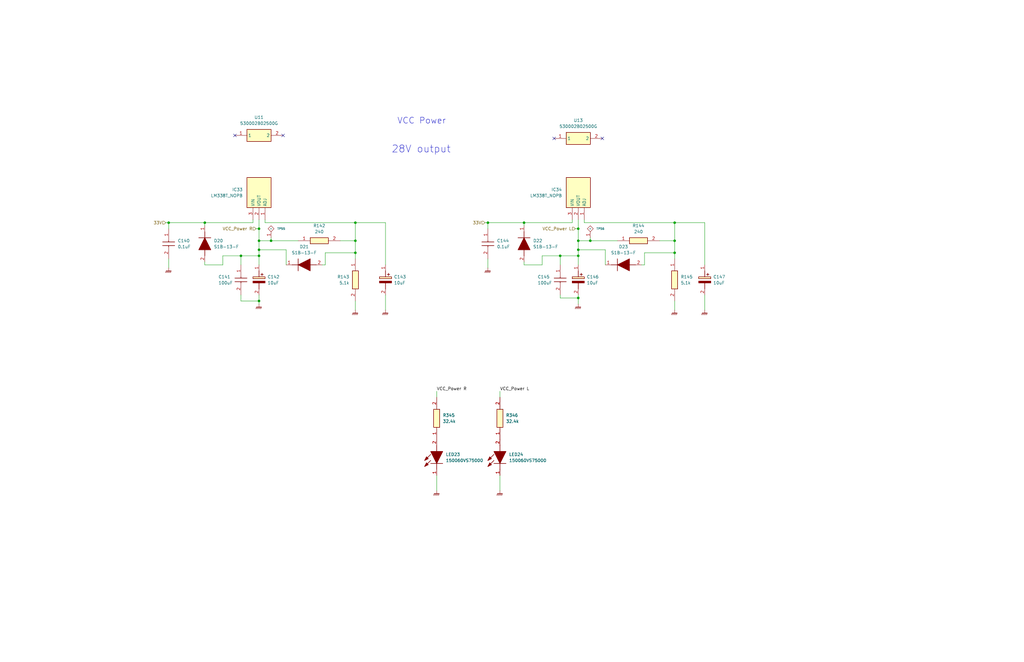
<source format=kicad_sch>
(kicad_sch (version 20231120) (generator "eeschema") (generator_version "8.0")
  (paper "B")
  (title_block (title "Audio System") (date "2025-02-06") (rev "P1") (company "Wolfe Engineering"))
  (lib_symbols
    (symbol "1 Audio Amp:150060VS75000" (pin_names hide)
      (property "Reference" "LED" (at 12.7 8.89 0))
      (property "Value" "150060VS75000" (at 12.7 6.35 0))
      (symbol "150060VS75000_1_1"
        (polyline (pts (xy 2.54 0) (xy 5.08 0)) (stroke (width 0.254)))
        (polyline (pts (xy 5.08 2.54) (xy 5.08 -2.54)) (stroke (width 0.254)))
        (polyline (pts (xy 6.35 2.54) (xy 3.81 5.08)) (stroke (width 0.254)))
        (polyline (pts (xy 8.89 2.54) (xy 6.35 5.08)) (stroke (width 0.254)))
        (polyline (pts (xy 10.16 0) (xy 12.7 0)) (stroke (width 0.254)))
        (polyline (pts (xy 5.08 0) (xy 10.16 2.54) (xy 10.16 -2.54) (xy 5.08 0)) (stroke (width 0.254)) (fill (type outline)))
        (polyline (pts (xy 5.334 4.318) (xy 4.572 3.556) (xy 3.81 5.08) (xy 5.334 4.318)) (stroke (width 0.254)) (fill (type outline)))
        (polyline (pts (xy 7.874 4.318) (xy 7.112 3.556) (xy 6.35 5.08) (xy 7.874 4.318)) (stroke (width 0.254)) (fill (type outline)))
        (pin passive line (at 0 0 0) (length 2.54) (name "K") (number "1"))
        (pin passive line (at 15.24 0 180) (length 2.54) (name "A") (number "2"))
      )
    )
    (symbol "1 Audio Amp:530002B02500G"
      (property "Reference" "U" (at 16.51 7.62 0))
      (property "Value" "530002B02500G" (at 16.51 5.08 0))
      (symbol "530002B02500G_1_1"
        (rectangle (start 5.08 2.54) (end 15.24 -2.54) (stroke (width 0.254)) (fill (type background)))
        (pin passive line (at 0 0 0) (length 5.08) (name "1") (number "1"))
        (pin passive line (at 20.32 0 180) (length 5.08) (name "2") (number "2"))
      )
    )
    (symbol "1 Audio Amp:RC0603FR-0732K4L" (pin_names hide)
      (property "Reference" "R" (at 13.97 6.35 0))
      (property "Value" "RC0603FR-0732K4L" (at 13.97 3.81 0))
      (symbol "RC0603FR-0732K4L_1_1"
        (rectangle (start 5.08 1.27) (end 12.7 -1.27) (stroke (width 0.254)) (fill (type background)))
        (pin passive line (at 0 0 0) (length 5.08) (name "1") (number "1"))
        (pin passive line (at 17.78 0 180) (length 5.08) (name "2") (number "2"))
      )
    )
    (symbol "Audio System:A759BQ106M1VAAE090" (pin_names hide)
      (property "Reference" "C" (at 8.89 6.35 0))
      (property "Value" "A759BQ106M1VAAE090" (at 8.89 3.81 0))
      (symbol "A759BQ106M1VAAE090_1_1"
        (polyline (pts (xy 2.54 0) (xy 5.08 0)) (stroke (width 0.254)))
        (polyline (pts (xy 4.064 1.778) (xy 4.064 0.762)) (stroke (width 0.254)))
        (polyline (pts (xy 4.572 1.27) (xy 3.556 1.27)) (stroke (width 0.254)))
        (polyline (pts (xy 7.62 0) (xy 10.16 0)) (stroke (width 0.254)))
        (polyline (pts (xy 7.62 2.54) (xy 7.62 -2.54) (xy 6.858 -2.54) (xy 6.858 2.54) (xy 7.62 2.54)) (stroke (width 0.254)) (fill (type outline)))
        (rectangle (start 5.08 2.54) (end 5.842 -2.54) (stroke (width 0.254)) (fill (type background)))
        (pin passive line (at 0 0 0) (length 2.54) (name "+") (number "1"))
        (pin passive line (at 12.7 0 180) (length 2.54) (name "-") (number "2"))
      )
    )
    (symbol "Audio System:C0603C104M5RACTU" (pin_names hide)
      (property "Reference" "C" (at 8.89 6.35 0))
      (property "Value" "C0603C104M5RACTU" (at 8.89 3.81 0))
      (symbol "C0603C104M5RACTU_1_1"
        (polyline (pts (xy 5.08 0) (xy 5.588 0)) (stroke (width 0.254)))
        (polyline (pts (xy 5.588 2.54) (xy 5.588 -2.54)) (stroke (width 0.254)))
        (polyline (pts (xy 7.112 0) (xy 7.62 0)) (stroke (width 0.254)))
        (polyline (pts (xy 7.112 2.54) (xy 7.112 -2.54)) (stroke (width 0.254)))
        (pin passive line (at 0 0 0) (length 5.08) (name "1") (number "1"))
        (pin passive line (at 12.7 0 180) (length 5.08) (name "2") (number "2"))
      )
    )
    (symbol "Audio System:CRCW12065K10FKEA" (pin_names hide)
      (property "Reference" "R" (at 13.97 6.35 0))
      (property "Value" "CRCW12065K10FKEA" (at 13.97 3.81 0))
      (symbol "CRCW12065K10FKEA_1_1"
        (rectangle (start 5.08 1.27) (end 12.7 -1.27) (stroke (width 0.254)) (fill (type background)))
        (pin passive line (at 0 0 0) (length 5.08) (name "1") (number "1"))
        (pin passive line (at 17.78 0 180) (length 5.08) (name "2") (number "2"))
      )
    )
    (symbol "Audio System:LM338T_NOPB"
      (property "Reference" "IC" (at 19.05 7.62 0))
      (property "Value" "LM338T_NOPB" (at 19.05 5.08 0))
      (symbol "LM338T_NOPB_1_1"
        (rectangle (start 5.08 2.54) (end 17.78 -7.62) (stroke (width 0.254)) (fill (type background)))
        (pin passive line (at 0 0 0) (length 5.08) (name "ADJ") (number "1"))
        (pin passive line (at 0 -2.54 0) (length 5.08) (name "VOUT") (number "2"))
        (pin passive line (at 0 -5.08 0) (length 5.08) (name "VIN") (number "3"))
      )
    )
    (symbol "Audio System:RC0805FR-07240RL" (pin_names hide)
      (property "Reference" "R" (at 13.97 6.35 0))
      (property "Value" "RC0805FR-07240RL" (at 13.97 3.81 0))
      (symbol "RC0805FR-07240RL_1_1"
        (rectangle (start 5.08 1.27) (end 12.7 -1.27) (stroke (width 0.254)) (fill (type background)))
        (pin passive line (at 0 0 0) (length 5.08) (name "1") (number "1"))
        (pin passive line (at 17.78 0 180) (length 5.08) (name "2") (number "2"))
      )
    )
    (symbol "Audio System:S1B-13-F" (pin_names hide)
      (property "Reference" "D" (at 11.43 5.08 0))
      (property "Value" "S1B-13-F" (at 11.43 2.54 0))
      (symbol "S1B-13-F_1_1"
        (polyline (pts (xy 2.54 0) (xy 5.08 0)) (stroke (width 0.254)))
        (polyline (pts (xy 5.08 2.54) (xy 5.08 -2.54)) (stroke (width 0.254)))
        (polyline (pts (xy 10.16 0) (xy 12.7 0)) (stroke (width 0.254)))
        (polyline (pts (xy 5.08 0) (xy 10.16 2.54) (xy 10.16 -2.54) (xy 5.08 0)) (stroke (width 0.254)) (fill (type outline)))
        (pin passive line (at 0 0 0) (length 2.54) (name "K") (number "1"))
        (pin passive line (at 15.24 0 180) (length 2.54) (name "A") (number "2"))
      )
    )
    (symbol "Audio System:TP"
      (property "Reference" "TP" (at 2.54 -1.27 0))
      (symbol "TP_0_1"
        (polyline (pts (xy 0 -1.27) (xy 1.27 0) (xy 0 1.27) (xy -1.27 0) (xy 0 -1.27)))
      )
      (symbol "TP_1_1"
        (pin input line (at 0 -3.81 90) (length 2.54) (name "") (number "1"))
      )
    )
    (symbol "Audio System:UUD1H101MNL1GS" (pin_names hide)
      (property "Reference" "C" (at 8.89 6.35 0))
      (property "Value" "UUD1H101MNL1GS" (at 8.89 3.81 0))
      (symbol "UUD1H101MNL1GS_1_1"
        (polyline (pts (xy 5.08 0) (xy 5.588 0)) (stroke (width 0.254)))
        (polyline (pts (xy 5.588 2.54) (xy 5.588 -2.54)) (stroke (width 0.254)))
        (polyline (pts (xy 7.112 0) (xy 7.62 0)) (stroke (width 0.254)))
        (polyline (pts (xy 7.112 2.54) (xy 7.112 -2.54)) (stroke (width 0.254)))
        (pin passive line (at 0 0 0) (length 5.08) (name "+") (number "1"))
        (pin passive line (at 12.7 0 180) (length 5.08) (name "-") (number "2"))
      )
    )
    (symbol "GNDPWR_1" (power) (pin_names (offset 0))
      (property "Value" "GNDPWR" (at 0 -3.302 0))
      (symbol "GNDPWR_1_0_1"
        (polyline (pts (xy 0 -1.27) (xy 0 0)))
        (polyline (pts (xy -1.016 -1.27) (xy -1.27 -2.032) (xy -1.27 -2.032)) (stroke (width 0.2032)))
        (polyline (pts (xy -0.508 -1.27) (xy -0.762 -2.032) (xy -0.762 -2.032)) (stroke (width 0.2032)))
        (polyline (pts (xy 0 -1.27) (xy -0.254 -2.032) (xy -0.254 -2.032)) (stroke (width 0.2032)))
        (polyline (pts (xy 0.508 -1.27) (xy 0.254 -2.032) (xy 0.254 -2.032)) (stroke (width 0.2032)))
        (polyline (pts (xy 1.016 -1.27) (xy -1.016 -1.27) (xy -1.016 -1.27)) (stroke (width 0.2032)))
        (polyline (pts (xy 1.016 -1.27) (xy 0.762 -2.032) (xy 0.762 -2.032) (xy 0.762 -2.032)) (stroke (width 0.2032)))
      )
      (symbol "GNDPWR_1_1_1"
        (pin power_in line (at 0 0 270) (length 0) hide (name "GNDPWR") (number "1"))
      )
    )
    (symbol "GNDPWR_2" (power) (pin_names (offset 0))
      (property "Value" "GNDPWR" (at 0 -3.302 0))
      (symbol "GNDPWR_2_0_1"
        (polyline (pts (xy 0 -1.27) (xy 0 0)))
        (polyline (pts (xy -1.016 -1.27) (xy -1.27 -2.032) (xy -1.27 -2.032)) (stroke (width 0.2032)))
        (polyline (pts (xy -0.508 -1.27) (xy -0.762 -2.032) (xy -0.762 -2.032)) (stroke (width 0.2032)))
        (polyline (pts (xy 0 -1.27) (xy -0.254 -2.032) (xy -0.254 -2.032)) (stroke (width 0.2032)))
        (polyline (pts (xy 0.508 -1.27) (xy 0.254 -2.032) (xy 0.254 -2.032)) (stroke (width 0.2032)))
        (polyline (pts (xy 1.016 -1.27) (xy -1.016 -1.27) (xy -1.016 -1.27)) (stroke (width 0.2032)))
        (polyline (pts (xy 1.016 -1.27) (xy 0.762 -2.032) (xy 0.762 -2.032) (xy 0.762 -2.032)) (stroke (width 0.2032)))
      )
      (symbol "GNDPWR_2_1_1"
        (pin power_in line (at 0 0 270) (length 0) hide (name "GNDPWR") (number "1"))
      )
    )
    (symbol "GNDPWR_3" (power) (pin_names (offset 0))
      (property "Value" "GNDPWR" (at 0 -3.302 0))
      (symbol "GNDPWR_3_0_1"
        (polyline (pts (xy 0 -1.27) (xy 0 0)))
        (polyline (pts (xy -1.016 -1.27) (xy -1.27 -2.032) (xy -1.27 -2.032)) (stroke (width 0.2032)))
        (polyline (pts (xy -0.508 -1.27) (xy -0.762 -2.032) (xy -0.762 -2.032)) (stroke (width 0.2032)))
        (polyline (pts (xy 0 -1.27) (xy -0.254 -2.032) (xy -0.254 -2.032)) (stroke (width 0.2032)))
        (polyline (pts (xy 0.508 -1.27) (xy 0.254 -2.032) (xy 0.254 -2.032)) (stroke (width 0.2032)))
        (polyline (pts (xy 1.016 -1.27) (xy -1.016 -1.27) (xy -1.016 -1.27)) (stroke (width 0.2032)))
        (polyline (pts (xy 1.016 -1.27) (xy 0.762 -2.032) (xy 0.762 -2.032) (xy 0.762 -2.032)) (stroke (width 0.2032)))
      )
      (symbol "GNDPWR_3_1_1"
        (pin power_in line (at 0 0 270) (length 0) hide (name "GNDPWR") (number "1"))
      )
    )
    (symbol "GNDPWR_4" (power) (pin_names (offset 0))
      (property "Value" "GNDPWR" (at 0 -3.302 0))
      (symbol "GNDPWR_4_0_1"
        (polyline (pts (xy 0 -1.27) (xy 0 0)))
        (polyline (pts (xy -1.016 -1.27) (xy -1.27 -2.032) (xy -1.27 -2.032)) (stroke (width 0.2032)))
        (polyline (pts (xy -0.508 -1.27) (xy -0.762 -2.032) (xy -0.762 -2.032)) (stroke (width 0.2032)))
        (polyline (pts (xy 0 -1.27) (xy -0.254 -2.032) (xy -0.254 -2.032)) (stroke (width 0.2032)))
        (polyline (pts (xy 0.508 -1.27) (xy 0.254 -2.032) (xy 0.254 -2.032)) (stroke (width 0.2032)))
        (polyline (pts (xy 1.016 -1.27) (xy -1.016 -1.27) (xy -1.016 -1.27)) (stroke (width 0.2032)))
        (polyline (pts (xy 1.016 -1.27) (xy 0.762 -2.032) (xy 0.762 -2.032) (xy 0.762 -2.032)) (stroke (width 0.2032)))
      )
      (symbol "GNDPWR_4_1_1"
        (pin power_in line (at 0 0 270) (length 0) hide (name "GNDPWR") (number "1"))
      )
    )
    (symbol "GNDPWR_5" (power) (pin_names (offset 0))
      (property "Value" "GNDPWR" (at 0 -3.302 0))
      (symbol "GNDPWR_5_0_1"
        (polyline (pts (xy 0 -1.27) (xy 0 0)))
        (polyline (pts (xy -1.016 -1.27) (xy -1.27 -2.032) (xy -1.27 -2.032)) (stroke (width 0.2032)))
        (polyline (pts (xy -0.508 -1.27) (xy -0.762 -2.032) (xy -0.762 -2.032)) (stroke (width 0.2032)))
        (polyline (pts (xy 0 -1.27) (xy -0.254 -2.032) (xy -0.254 -2.032)) (stroke (width 0.2032)))
        (polyline (pts (xy 0.508 -1.27) (xy 0.254 -2.032) (xy 0.254 -2.032)) (stroke (width 0.2032)))
        (polyline (pts (xy 1.016 -1.27) (xy -1.016 -1.27) (xy -1.016 -1.27)) (stroke (width 0.2032)))
        (polyline (pts (xy 1.016 -1.27) (xy 0.762 -2.032) (xy 0.762 -2.032) (xy 0.762 -2.032)) (stroke (width 0.2032)))
      )
      (symbol "GNDPWR_5_1_1"
        (pin power_in line (at 0 0 270) (length 0) hide (name "GNDPWR") (number "1"))
      )
    )
    (symbol "GNDPWR_6" (power) (pin_names (offset 0))
      (property "Value" "GNDPWR" (at 0 -3.302 0))
      (symbol "GNDPWR_6_0_1"
        (polyline (pts (xy 0 -1.27) (xy 0 0)))
        (polyline (pts (xy -1.016 -1.27) (xy -1.27 -2.032) (xy -1.27 -2.032)) (stroke (width 0.2032)))
        (polyline (pts (xy -0.508 -1.27) (xy -0.762 -2.032) (xy -0.762 -2.032)) (stroke (width 0.2032)))
        (polyline (pts (xy 0 -1.27) (xy -0.254 -2.032) (xy -0.254 -2.032)) (stroke (width 0.2032)))
        (polyline (pts (xy 0.508 -1.27) (xy 0.254 -2.032) (xy 0.254 -2.032)) (stroke (width 0.2032)))
        (polyline (pts (xy 1.016 -1.27) (xy -1.016 -1.27) (xy -1.016 -1.27)) (stroke (width 0.2032)))
        (polyline (pts (xy 1.016 -1.27) (xy 0.762 -2.032) (xy 0.762 -2.032) (xy 0.762 -2.032)) (stroke (width 0.2032)))
      )
      (symbol "GNDPWR_6_1_1"
        (pin power_in line (at 0 0 270) (length 0) hide (name "GNDPWR") (number "1"))
      )
    )
    (symbol "GNDPWR_7" (power) (pin_names (offset 0))
      (property "Value" "GNDPWR" (at 0 -3.302 0))
      (symbol "GNDPWR_7_0_1"
        (polyline (pts (xy 0 -1.27) (xy 0 0)))
        (polyline (pts (xy -1.016 -1.27) (xy -1.27 -2.032) (xy -1.27 -2.032)) (stroke (width 0.2032)))
        (polyline (pts (xy -0.508 -1.27) (xy -0.762 -2.032) (xy -0.762 -2.032)) (stroke (width 0.2032)))
        (polyline (pts (xy 0 -1.27) (xy -0.254 -2.032) (xy -0.254 -2.032)) (stroke (width 0.2032)))
        (polyline (pts (xy 0.508 -1.27) (xy 0.254 -2.032) (xy 0.254 -2.032)) (stroke (width 0.2032)))
        (polyline (pts (xy 1.016 -1.27) (xy -1.016 -1.27) (xy -1.016 -1.27)) (stroke (width 0.2032)))
        (polyline (pts (xy 1.016 -1.27) (xy 0.762 -2.032) (xy 0.762 -2.032) (xy 0.762 -2.032)) (stroke (width 0.2032)))
      )
      (symbol "GNDPWR_7_1_1"
        (pin power_in line (at 0 0 270) (length 0) hide (name "GNDPWR") (number "1"))
      )
    )
    (symbol "power:GNDPWR" (power) (pin_names (offset 0))
      (property "Value" "GNDPWR" (at 0 -3.302 0))
      (symbol "GNDPWR_0_1"
        (polyline (pts (xy 0 -1.27) (xy 0 0)))
        (polyline (pts (xy -1.016 -1.27) (xy -1.27 -2.032) (xy -1.27 -2.032)) (stroke (width 0.2032)))
        (polyline (pts (xy -0.508 -1.27) (xy -0.762 -2.032) (xy -0.762 -2.032)) (stroke (width 0.2032)))
        (polyline (pts (xy 0 -1.27) (xy -0.254 -2.032) (xy -0.254 -2.032)) (stroke (width 0.2032)))
        (polyline (pts (xy 0.508 -1.27) (xy 0.254 -2.032) (xy 0.254 -2.032)) (stroke (width 0.2032)))
        (polyline (pts (xy 1.016 -1.27) (xy -1.016 -1.27) (xy -1.016 -1.27)) (stroke (width 0.2032)))
        (polyline (pts (xy 1.016 -1.27) (xy 0.762 -2.032) (xy 0.762 -2.032) (xy 0.762 -2.032)) (stroke (width 0.2032)))
      )
      (symbol "GNDPWR_1_1"
        (pin power_in line (at 0 0 270) (length 0) hide (name "GNDPWR") (number "1"))
      )
    )
  )
  (junction (at 101.6 107.95))
  (junction (at 284.48 93.98))
  (junction (at 109.22 101.6))
  (junction (at 149.86 106.68))
  (junction (at 284.48 106.68))
  (junction (at 243.84 101.6))
  (junction (at 109.22 96.52))
  (junction (at 243.84 105.41))
  (junction (at 248.92 101.6))
  (junction (at 71.12 93.98))
  (junction (at 109.22 107.95))
  (junction (at 114.3 101.6))
  (junction (at 284.48 101.6))
  (junction (at 205.74 93.98))
  (junction (at 109.22 105.41))
  (junction (at 236.22 107.95))
  (junction (at 149.86 101.6))
  (junction (at 243.84 107.95))
  (junction (at 149.86 93.98))
  (junction (at 243.84 125.73))
  (junction (at 86.36 93.98))
  (junction (at 243.84 96.52))
  (junction (at 220.98 93.98))
  (junction (at 109.22 127))
  (no_connect (at 99.06 57.15))
  (no_connect (at 119.38 57.15))
  (no_connect (at 254 58.42))
  (no_connect (at 233.68 58.42))
  (wire (pts (xy 284.48 106.68) (xy 284.48 109.22)))
  (wire (pts (xy 149.86 93.98) (xy 149.86 101.6)))
  (wire (pts (xy 137.16 111.76) (xy 137.16 106.68)))
  (wire (pts (xy 243.84 96.52) (xy 243.84 101.6)))
  (wire (pts (xy 111.76 93.98) (xy 149.86 93.98)))
  (wire (pts (xy 242.57 96.52) (xy 243.84 96.52)))
  (wire (pts (xy 284.48 127) (xy 284.48 130.81)))
  (wire (pts (xy 255.27 105.41) (xy 243.84 105.41)))
  (wire (pts (xy 243.84 124.46) (xy 243.84 125.73)))
  (wire (pts (xy 162.56 93.98) (xy 149.86 93.98)))
  (wire (pts (xy 246.38 93.98) (xy 246.38 92.71)))
  (wire (pts (xy 243.84 101.6) (xy 243.84 105.41)))
  (wire (pts (xy 255.27 111.76) (xy 255.27 105.41)))
  (wire (pts (xy 86.36 93.98) (xy 86.36 95.25)))
  (wire (pts (xy 149.86 127) (xy 149.86 130.81)))
  (wire (pts (xy 86.36 93.98) (xy 106.68 93.98)))
  (wire (pts (xy 297.18 93.98) (xy 284.48 93.98)))
  (wire (pts (xy 101.6 127) (xy 109.22 127)))
  (wire (pts (xy 204.47 93.98) (xy 205.74 93.98)))
  (wire (pts (xy 162.56 111.76) (xy 162.56 93.98)))
  (wire (pts (xy 93.98 111.76) (xy 93.98 107.95)))
  (wire (pts (xy 241.3 93.98) (xy 241.3 92.71)))
  (wire (pts (xy 297.18 111.76) (xy 297.18 93.98)))
  (wire (pts (xy 69.85 93.98) (xy 71.12 93.98)))
  (wire (pts (xy 271.78 111.76) (xy 271.78 106.68)))
  (wire (pts (xy 120.65 111.76) (xy 120.65 105.41)))
  (wire (pts (xy 114.3 100.33) (xy 114.3 101.6)))
  (wire (pts (xy 143.51 101.6) (xy 149.86 101.6)))
  (wire (pts (xy 101.6 107.95) (xy 101.6 111.76)))
  (wire (pts (xy 236.22 107.95) (xy 243.84 107.95)))
  (wire (pts (xy 220.98 110.49) (xy 220.98 111.76)))
  (wire (pts (xy 86.36 110.49) (xy 86.36 111.76)))
  (wire (pts (xy 278.13 101.6) (xy 284.48 101.6)))
  (wire (pts (xy 228.6 107.95) (xy 236.22 107.95)))
  (wire (pts (xy 284.48 93.98) (xy 284.48 101.6)))
  (wire (pts (xy 243.84 101.6) (xy 248.92 101.6)))
  (wire (pts (xy 137.16 106.68) (xy 149.86 106.68)))
  (wire (pts (xy 184.15 165.1) (xy 184.15 167.64)))
  (wire (pts (xy 220.98 111.76) (xy 228.6 111.76)))
  (wire (pts (xy 109.22 105.41) (xy 109.22 107.95)))
  (wire (pts (xy 101.6 124.46) (xy 101.6 127)))
  (wire (pts (xy 220.98 93.98) (xy 220.98 95.25)))
  (wire (pts (xy 205.74 93.98) (xy 220.98 93.98)))
  (wire (pts (xy 149.86 106.68) (xy 149.86 109.22)))
  (wire (pts (xy 220.98 93.98) (xy 241.3 93.98)))
  (wire (pts (xy 236.22 125.73) (xy 243.84 125.73)))
  (wire (pts (xy 93.98 107.95) (xy 101.6 107.95)))
  (wire (pts (xy 109.22 107.95) (xy 109.22 111.76)))
  (wire (pts (xy 109.22 101.6) (xy 114.3 101.6)))
  (wire (pts (xy 109.22 92.71) (xy 109.22 96.52)))
  (wire (pts (xy 228.6 111.76) (xy 228.6 107.95)))
  (wire (pts (xy 106.68 93.98) (xy 106.68 92.71)))
  (wire (pts (xy 284.48 101.6) (xy 284.48 106.68)))
  (wire (pts (xy 270.51 111.76) (xy 271.78 111.76)))
  (wire (pts (xy 149.86 101.6) (xy 149.86 106.68)))
  (wire (pts (xy 86.36 111.76) (xy 93.98 111.76)))
  (wire (pts (xy 271.78 106.68) (xy 284.48 106.68)))
  (wire (pts (xy 236.22 107.95) (xy 236.22 111.76)))
  (wire (pts (xy 109.22 124.46) (xy 109.22 127)))
  (wire (pts (xy 236.22 124.46) (xy 236.22 125.73)))
  (wire (pts (xy 243.84 92.71) (xy 243.84 96.52)))
  (wire (pts (xy 248.92 101.6) (xy 260.35 101.6)))
  (wire (pts (xy 243.84 105.41) (xy 243.84 107.95)))
  (wire (pts (xy 248.92 100.33) (xy 248.92 101.6)))
  (wire (pts (xy 111.76 93.98) (xy 111.76 92.71)))
  (wire (pts (xy 184.15 200.66) (xy 184.15 207.01)))
  (wire (pts (xy 246.38 93.98) (xy 284.48 93.98)))
  (wire (pts (xy 101.6 107.95) (xy 109.22 107.95)))
  (wire (pts (xy 71.12 93.98) (xy 86.36 93.98)))
  (wire (pts (xy 210.82 165.1) (xy 210.82 167.64)))
  (wire (pts (xy 243.84 125.73) (xy 243.84 128.27)))
  (wire (pts (xy 243.84 107.95) (xy 243.84 111.76)))
  (wire (pts (xy 71.12 93.98) (xy 71.12 96.52)))
  (wire (pts (xy 162.56 124.46) (xy 162.56 130.81)))
  (wire (pts (xy 109.22 101.6) (xy 109.22 105.41)))
  (wire (pts (xy 205.74 93.98) (xy 205.74 96.52)))
  (wire (pts (xy 135.89 111.76) (xy 137.16 111.76)))
  (wire (pts (xy 120.65 105.41) (xy 109.22 105.41)))
  (wire (pts (xy 71.12 109.22) (xy 71.12 113.03)))
  (wire (pts (xy 109.22 127) (xy 109.22 128.27)))
  (wire (pts (xy 297.18 124.46) (xy 297.18 130.81)))
  (wire (pts (xy 107.95 96.52) (xy 109.22 96.52)))
  (wire (pts (xy 109.22 96.52) (xy 109.22 101.6)))
  (wire (pts (xy 210.82 200.66) (xy 210.82 207.01)))
  (wire (pts (xy 205.74 109.22) (xy 205.74 113.03)))
  (wire (pts (xy 114.3 101.6) (xy 125.73 101.6)))
  (text "VCC Power" (at 177.8 51.054 0) (effects (font (size 2.54 2.54))))
  (text "28V output\n" (at 165.1 64.77 0) (effects (font (size 3 3)) (justify left bottom)))
  (label "VCC_Power R" (at 184.15 165.1 0))
  (label "VCC_Power L" (at 210.82 165.1 0))
  (hierarchical_label "VCC_Power R" (shape input) (at 107.95 96.52 180))
  (hierarchical_label "VCC_Power L" (shape input) (at 242.57 96.52 180))
  (hierarchical_label "33V" (shape input) (at 69.85 93.98 180))
  (hierarchical_label "33V" (shape input) (at 204.47 93.98 180))
  (symbol (lib_id "1 Audio Amp:RC0603FR-0732K4L") (at 210.82 185.42 90) (unit 1)
    (property "Reference" "R346" (at 213.36 175.2599 90) (effects (justify right)))
    (property "Value" "32.4k" (at 213.36 177.7999 90) (effects (justify right)))
    (property "Footprint" "RESC1608X55N" (effects (hide yes)))
    (property "Datasheet" "http://www.yageo.com/documents/recent/PYu-RC0603_51_RoHS_L_v5.pdf" (effects (hide yes)))
    (property "Description" "Thick Film Resistors 32.4K OHM 1%" (effects (hide yes)))
    (property "Height" "0.55" (effects (hide yes)))
    (property "Manufacturer_Name" "KEMET" (effects (hide yes)))
    (property "Manufacturer_Part_Number" "RC0603FR-0732K4L" (effects (hide yes)))
    (property "Mouser Part Number" "603-RC0603FR-0732K4L" (effects (hide yes)))
    (property "Mouser Price/Stock" "https://www.mouser.com/Search/Refine.aspx?Keyword=603-RC0603FR-0732K4L" (effects (hide yes)))
  )
  (symbol (lib_id "Audio System:A759BQ106M1VAAE090") (at 162.56 111.76 270) (unit 1)
    (property "Reference" "C143" (at 166.116 116.84 90) (effects (justify left)))
    (property "Value" "10uF" (at 166.116 119.38 90) (effects (justify left)))
    (property "Footprint" "1 Audio Amp:CAPPRD200W55D500H1200" (effects (hide yes)))
    (property "Datasheet" "https://www.kemet.com/specsheet/A759BQ106M1VAAE090" (effects (hide yes)))
    (property "Height" "12" (effects (hide yes)))
    (property "Manufacturer_Name" "KEMET" (effects (hide yes)))
    (property "Manufacturer_Part_Number" "A759BQ106M1VAAE090" (effects (hide yes)))
    (property "Mouser Part Number" "80-A759BQ106M1VAAE90" (effects (hide yes)))
    (property "Mouser Price/Stock" "https://www.mouser.co.uk/ProductDetail/KEMET/A759BQ106M1VAAE090?qs=M6jHmRuQorVuNB734fjr7g%3D%3D" (effects (hide yes)))
    (property "Arrow Part Number" "A759BQ106M1VAAE090" (effects (hide yes)))
    (property "Arrow Price/Stock" "https://www.arrow.com/en/products/a759bq106m1vaae090/kemet-corporation?region=nac" (effects (hide yes)))
  )
  (symbol (lib_id "power:GNDPWR") (at 162.56 130.81 0) (unit 1)
    (property "Reference" "#PWR0192" (effects (hide yes)))
    (property "Value" "GNDPWR" (effects (hide yes)))
  )
  (symbol (lib_id "Audio System:RC0805FR-07240RL") (at 260.35 101.6 0) (unit 1)
    (property "Reference" "R144" (at 269.24 95.25 0))
    (property "Value" "240" (at 269.24 97.79 0))
    (property "Footprint" "1 Audio Amp:RESC2012X60N" (effects (hide yes)))
    (property "Datasheet" "http://www.yageo.com/documents/recent/PYu-RC_Group_51_RoHS_L_10.pdf" (effects (hide yes)))
    (property "Height" "0.6" (effects (hide yes)))
    (property "Manufacturer_Name" "KEMET" (effects (hide yes)))
    (property "Manufacturer_Part_Number" "RC0805FR-07240RL" (effects (hide yes)))
    (property "Mouser Part Number" "603-RC0805FR-07240RL" (effects (hide yes)))
    (property "Mouser Price/Stock" "https://www.mouser.com/Search/Refine.aspx?Keyword=603-RC0805FR-07240RL" (effects (hide yes)))
  )
  (symbol (lib_id "Audio System:RC0805FR-07240RL") (at 125.73 101.6 0) (unit 1)
    (property "Reference" "R142" (at 134.62 95.25 0))
    (property "Value" "240" (at 134.62 97.79 0))
    (property "Footprint" "1 Audio Amp:RESC2012X60N" (effects (hide yes)))
    (property "Datasheet" "http://www.yageo.com/documents/recent/PYu-RC_Group_51_RoHS_L_10.pdf" (effects (hide yes)))
    (property "Height" "0.6" (effects (hide yes)))
    (property "Manufacturer_Name" "KEMET" (effects (hide yes)))
    (property "Manufacturer_Part_Number" "RC0805FR-07240RL" (effects (hide yes)))
    (property "Mouser Part Number" "603-RC0805FR-07240RL" (effects (hide yes)))
    (property "Mouser Price/Stock" "https://www.mouser.com/Search/Refine.aspx?Keyword=603-RC0805FR-07240RL" (effects (hide yes)))
  )
  (symbol (lib_id "Audio System:C0603C104M5RACTU") (at 71.12 96.52 270) (unit 1)
    (property "Reference" "C140" (at 74.93 101.6 90) (effects (justify left)))
    (property "Value" "0.1uF" (at 74.93 104.14 90) (effects (justify left)))
    (property "Footprint" "1 Audio Amp:C0603" (effects (hide yes)))
    (property "Datasheet" "https://content.kemet.com/datasheets/KEM_C1002_X7R_SMD.pdf" (effects (hide yes)))
    (property "Height" "0.87" (effects (hide yes)))
    (property "Manufacturer_Name" "KEMET" (effects (hide yes)))
    (property "Manufacturer_Part_Number" "C0603C104M5RACTU" (effects (hide yes)))
    (property "Mouser Part Number" "80-C0603C104M5R" (effects (hide yes)))
    (property "Mouser Price/Stock" "https://www.mouser.co.uk/ProductDetail/KEMET/C0603C104M5RACTU?qs=YkRtRX%252BfoqJT%252B0m410IP4A%3D%3D" (effects (hide yes)))
    (property "Arrow Part Number" "C0603C104M5RACTU" (effects (hide yes)))
    (property "Arrow Price/Stock" "https://www.arrow.com/en/products/c0603c104m5ractu/kemet-corporation?utm_currency=USD&region=nac" (effects (hide yes)))
  )
  (symbol (lib_id "Audio System:CRCW12065K10FKEA") (at 149.86 109.22 90) (mirror x) (unit 1)
    (property "Reference" "R143" (at 147.32 116.84 90) (effects (justify left)))
    (property "Value" "5.1k" (at 147.32 119.38 90) (effects (justify left)))
    (property "Footprint" "1 Audio Amp:RESC3216X60N" (effects (hide yes)))
    (property "Datasheet" "http://www.vishay.com/docs/20035/dcrcwe3.pdf" (effects (hide yes)))
    (property "Height" "0.6" (effects (hide yes)))
    (property "Manufacturer_Name" "Vishay" (effects (hide yes)))
    (property "Manufacturer_Part_Number" "CRCW12065K10FKEA" (effects (hide yes)))
    (property "Mouser Part Number" "71-CRCW1206-5.1K-E3" (effects (hide yes)))
    (property "Mouser Price/Stock" "https://www.mouser.co.uk/ProductDetail/Vishay-Dale/CRCW12065K10FKEA?qs=%2F2dL3%2Fmkwc4UsDubBvFZrA%3D%3D" (effects (hide yes)))
    (property "Arrow Part Number" "CRCW12065K10FKEA" (effects (hide yes)))
    (property "Arrow Price/Stock" "https://www.arrow.com/en/products/crcw12065k10fkea/vishay?region=nac" (effects (hide yes)))
  )
  (symbol (lib_id "Audio System:CRCW12065K10FKEA") (at 284.48 109.22 270) (unit 1)
    (property "Reference" "R145" (at 287.02 116.84 90) (effects (justify left)))
    (property "Value" "5.1k" (at 287.02 119.38 90) (effects (justify left)))
    (property "Footprint" "1 Audio Amp:RESC3216X60N" (effects (hide yes)))
    (property "Datasheet" "http://www.vishay.com/docs/20035/dcrcwe3.pdf" (effects (hide yes)))
    (property "Height" "0.6" (effects (hide yes)))
    (property "Manufacturer_Name" "Vishay" (effects (hide yes)))
    (property "Manufacturer_Part_Number" "CRCW12065K10FKEA" (effects (hide yes)))
    (property "Mouser Part Number" "71-CRCW1206-5.1K-E3" (effects (hide yes)))
    (property "Mouser Price/Stock" "https://www.mouser.co.uk/ProductDetail/Vishay-Dale/CRCW12065K10FKEA?qs=%2F2dL3%2Fmkwc4UsDubBvFZrA%3D%3D" (effects (hide yes)))
    (property "Arrow Part Number" "CRCW12065K10FKEA" (effects (hide yes)))
    (property "Arrow Price/Stock" "https://www.arrow.com/en/products/crcw12065k10fkea/vishay?region=nac" (effects (hide yes)))
  )
  (symbol (lib_id "Audio System:UUD1H101MNL1GS") (at 101.6 111.76 270) (unit 1)
    (property "Reference" "C141" (at 92.075 116.84 90) (effects (justify left)))
    (property "Value" "100uF" (at 92.075 119.38 90) (effects (justify left)))
    (property "Footprint" "1 Audio Amp:UD_8X10_" (effects (hide yes)))
    (property "Datasheet" "http://products.nichicon.co.jp/en/pdf/XJA043/e-ud.pdf" (effects (hide yes)))
    (property "Manufacturer_Name" "Nichicon" (effects (hide yes)))
    (property "Manufacturer_Part_Number" "UUD1H101MNL1GS" (effects (hide yes)))
    (property "Mouser Part Number" "647-UUD1H101MNL" (effects (hide yes)))
    (property "Mouser Price/Stock" "https://www.mouser.co.uk/ProductDetail/Nichicon/UUD1H101MNL1GS?qs=mAH9sUMRCtuZWkmbSfGuTg%3D%3D" (effects (hide yes)))
    (property "Arrow Part Number" "UUD1H101MNL1GS" (effects (hide yes)))
    (property "Arrow Price/Stock" "https://www.arrow.com/en/products/uud1h101mnl1gs/nichicon?region=nac" (effects (hide yes)))
  )
  (symbol (lib_id "1 Audio Amp:150060VS75000") (at 184.15 200.66 90) (unit 1)
    (property "Reference" "LED23" (at 187.96 191.7699 90) (effects (justify right)))
    (property "Value" "150060VS75000" (at 187.96 194.3099 90) (effects (justify right)))
    (property "Footprint" "LEDC1608X80N" (effects (hide yes)))
    (property "Datasheet" "https://componentsearchengine.com/Datasheets/2/150060VS75000.pdf" (effects (hide yes)))
    (property "Description" "2.4 V Green LED 1608 (0603) SMD, Wurth Elektronik WL-SMCW 150060VS75000" (effects (hide yes)))
    (property "Height" "0.8" (effects (hide yes)))
    (property "Manufacturer_Name" "Wurth Elektronik" (effects (hide yes)))
    (property "Manufacturer_Part_Number" "150060VS75000" (effects (hide yes)))
    (property "Mouser Part Number" "710-150060VS75000" (effects (hide yes)))
    (property "Mouser Price/Stock" "https://www.mouser.co.uk/ProductDetail/Wurth-Elektronik/150060VS75000?qs=LlUlMxKIyB1Q1Bi5mQ%2FKLw%3D%3D" (effects (hide yes)))
  )
  (symbol (lib_id "1 Audio Amp:530002B02500G") (at 99.06 57.15 0) (unit 1)
    (property "Reference" "U11" (at 109.22 49.53 0))
    (property "Value" "530002B02500G" (at 109.22 52.07 0))
    (property "Footprint" "529802B02500G" (effects (hide yes)))
    (property "Datasheet" "https://datasheet.datasheetarchive.com/originals/distributors/Datasheets-DGA11/2294712.pdf" (effects (hide yes)))
    (property "Description" "AAVID THERMALLOY - 530002B02500G - HEAT SINK, 2.6K/W, TO-220" (effects (hide yes)))
    (property "Manufacturer_Name" "Aavid Thermalloy" (effects (hide yes)))
    (property "Manufacturer_Part_Number" "530002B02500G" (effects (hide yes)))
    (property "Mouser Part Number" "532-530002B02500G" (effects (hide yes)))
    (property "Mouser Price/Stock" "https://www.mouser.co.uk/ProductDetail/Aavid/530002B02500G?qs=U7T%2FEnMyvTvnsUSILY5qjg%3D%3D" (effects (hide yes)))
    (property "Arrow Part Number" "530002B02500G" (effects (hide yes)))
    (property "Arrow Price/Stock" "https://www.arrow.com/en/products/530002b02500g/aavid-thermalloy" (effects (hide yes)))
  )
  (symbol (lib_id "Audio System:A759BQ106M1VAAE090") (at 243.84 111.76 270) (unit 1)
    (property "Reference" "C146" (at 247.396 116.84 90) (effects (justify left)))
    (property "Value" "10uF" (at 247.396 119.38 90) (effects (justify left)))
    (property "Footprint" "1 Audio Amp:CAPPRD200W55D500H1200" (effects (hide yes)))
    (property "Datasheet" "https://www.kemet.com/specsheet/A759BQ106M1VAAE090" (effects (hide yes)))
    (property "Height" "12" (effects (hide yes)))
    (property "Manufacturer_Name" "KEMET" (effects (hide yes)))
    (property "Manufacturer_Part_Number" "A759BQ106M1VAAE090" (effects (hide yes)))
    (property "Mouser Part Number" "80-A759BQ106M1VAAE90" (effects (hide yes)))
    (property "Mouser Price/Stock" "https://www.mouser.co.uk/ProductDetail/KEMET/A759BQ106M1VAAE090?qs=M6jHmRuQorVuNB734fjr7g%3D%3D" (effects (hide yes)))
    (property "Arrow Part Number" "A759BQ106M1VAAE090" (effects (hide yes)))
    (property "Arrow Price/Stock" "https://www.arrow.com/en/products/a759bq106m1vaae090/kemet-corporation?region=nac" (effects (hide yes)))
  )
  (symbol (lib_id "Audio System:A759BQ106M1VAAE090") (at 109.22 111.76 270) (unit 1)
    (property "Reference" "C142" (at 112.776 116.84 90) (effects (justify left)))
    (property "Value" "10uF" (at 112.776 119.38 90) (effects (justify left)))
    (property "Footprint" "1 Audio Amp:CAPPRD200W55D500H1200" (effects (hide yes)))
    (property "Datasheet" "https://www.kemet.com/specsheet/A759BQ106M1VAAE090" (effects (hide yes)))
    (property "Height" "12" (effects (hide yes)))
    (property "Manufacturer_Name" "KEMET" (effects (hide yes)))
    (property "Manufacturer_Part_Number" "A759BQ106M1VAAE090" (effects (hide yes)))
    (property "Mouser Part Number" "80-A759BQ106M1VAAE90" (effects (hide yes)))
    (property "Mouser Price/Stock" "https://www.mouser.co.uk/ProductDetail/KEMET/A759BQ106M1VAAE090?qs=M6jHmRuQorVuNB734fjr7g%3D%3D" (effects (hide yes)))
    (property "Arrow Part Number" "A759BQ106M1VAAE090" (effects (hide yes)))
    (property "Arrow Price/Stock" "https://www.arrow.com/en/products/a759bq106m1vaae090/kemet-corporation?region=nac" (effects (hide yes)))
  )
  (symbol (lib_name "GNDPWR_3") (lib_id "power:GNDPWR") (at 184.15 207.01 0) (unit 1)
    (property "Reference" "#PWR044" (effects (hide yes)))
    (property "Value" "GNDPWR" (effects (hide yes)))
  )
  (symbol (lib_id "1 Audio Amp:530002B02500G") (at 233.68 58.42 0) (unit 1)
    (property "Reference" "U13" (at 243.84 50.8 0))
    (property "Value" "530002B02500G" (at 243.84 53.34 0))
    (property "Footprint" "529802B02500G" (effects (hide yes)))
    (property "Datasheet" "https://datasheet.datasheetarchive.com/originals/distributors/Datasheets-DGA11/2294712.pdf" (effects (hide yes)))
    (property "Description" "AAVID THERMALLOY - 530002B02500G - HEAT SINK, 2.6K/W, TO-220" (effects (hide yes)))
    (property "Manufacturer_Name" "Aavid Thermalloy" (effects (hide yes)))
    (property "Manufacturer_Part_Number" "530002B02500G" (effects (hide yes)))
    (property "Mouser Part Number" "532-530002B02500G" (effects (hide yes)))
    (property "Mouser Price/Stock" "https://www.mouser.co.uk/ProductDetail/Aavid/530002B02500G?qs=U7T%2FEnMyvTvnsUSILY5qjg%3D%3D" (effects (hide yes)))
    (property "Arrow Part Number" "530002B02500G" (effects (hide yes)))
    (property "Arrow Price/Stock" "https://www.arrow.com/en/products/530002b02500g/aavid-thermalloy" (effects (hide yes)))
  )
  (symbol (lib_name "GNDPWR_7") (lib_id "power:GNDPWR") (at 109.22 128.27 0) (unit 1)
    (property "Reference" "#PWR0190" (effects (hide yes)))
    (property "Value" "GNDPWR" (effects (hide yes)))
  )
  (symbol (lib_id "Audio System:TP") (at 248.92 96.52 0) (unit 1) (exclude_from_sim yes) (in_bom no)
    (property "Reference" "TP56" (at 251.46 96.5199 0) (effects (font (size 0.9 0.9)) (justify left)))
    (property "Value" "~" (at 248.92 96.52 0))
    (property "Footprint" "1 Audio Amp:TP" (effects (hide yes)))
  )
  (symbol (lib_id "Audio System:A759BQ106M1VAAE090") (at 297.18 111.76 270) (unit 1)
    (property "Reference" "C147" (at 300.736 116.84 90) (effects (justify left)))
    (property "Value" "10uF" (at 300.736 119.38 90) (effects (justify left)))
    (property "Footprint" "1 Audio Amp:CAPPRD200W55D500H1200" (effects (hide yes)))
    (property "Datasheet" "https://www.kemet.com/specsheet/A759BQ106M1VAAE090" (effects (hide yes)))
    (property "Height" "12" (effects (hide yes)))
    (property "Manufacturer_Name" "KEMET" (effects (hide yes)))
    (property "Manufacturer_Part_Number" "A759BQ106M1VAAE090" (effects (hide yes)))
    (property "Mouser Part Number" "80-A759BQ106M1VAAE90" (effects (hide yes)))
    (property "Mouser Price/Stock" "https://www.mouser.co.uk/ProductDetail/KEMET/A759BQ106M1VAAE090?qs=M6jHmRuQorVuNB734fjr7g%3D%3D" (effects (hide yes)))
    (property "Arrow Part Number" "A759BQ106M1VAAE090" (effects (hide yes)))
    (property "Arrow Price/Stock" "https://www.arrow.com/en/products/a759bq106m1vaae090/kemet-corporation?region=nac" (effects (hide yes)))
  )
  (symbol (lib_name "GNDPWR_4") (lib_id "power:GNDPWR") (at 149.86 130.81 0) (unit 1)
    (property "Reference" "#PWR0191" (effects (hide yes)))
    (property "Value" "GNDPWR" (effects (hide yes)))
  )
  (symbol (lib_name "GNDPWR_1") (lib_id "power:GNDPWR") (at 243.84 128.27 0) (unit 1)
    (property "Reference" "#PWR0194" (effects (hide yes)))
    (property "Value" "GNDPWR" (effects (hide yes)))
  )
  (symbol (lib_id "Audio System:S1B-13-F") (at 220.98 95.25 270) (unit 1)
    (property "Reference" "D22" (at 224.79 101.6 90) (effects (justify left)))
    (property "Value" "S1B-13-F" (at 224.79 104.14 90) (effects (justify left)))
    (property "Footprint" "1 Audio Amp:DIONM5126X230N" (effects (hide yes)))
    (property "Datasheet" "https://componentsearchengine.com/Datasheets/2/S1B-13-F.pdf" (effects (hide yes)))
    (property "Height" "2.3" (effects (hide yes)))
    (property "Manufacturer_Name" "Diodes Incorporated" (effects (hide yes)))
    (property "Manufacturer_Part_Number" "S1B-13-F" (effects (hide yes)))
    (property "Mouser Part Number" "621-S1B-F" (effects (hide yes)))
    (property "Mouser Price/Stock" "https://www.mouser.co.uk/ProductDetail/Diodes-Incorporated/S1B-13-F?qs=zxTnCqfIubBIimUkgF4o7A%3D%3D" (effects (hide yes)))
    (property "Arrow Part Number" "S1B-13-F" (effects (hide yes)))
    (property "Arrow Price/Stock" "https://www.arrow.com/en/products/s1b-13-f/diodes-incorporated?utm_currency=USD&region=nac" (effects (hide yes)))
  )
  (symbol (lib_id "Audio System:S1B-13-F") (at 86.36 95.25 270) (unit 1)
    (property "Reference" "D20" (at 90.17 101.6 90) (effects (justify left)))
    (property "Value" "S1B-13-F" (at 90.17 104.14 90) (effects (justify left)))
    (property "Footprint" "1 Audio Amp:DIONM5126X230N" (effects (hide yes)))
    (property "Datasheet" "https://componentsearchengine.com/Datasheets/2/S1B-13-F.pdf" (effects (hide yes)))
    (property "Height" "2.3" (effects (hide yes)))
    (property "Manufacturer_Name" "Diodes Incorporated" (effects (hide yes)))
    (property "Manufacturer_Part_Number" "S1B-13-F" (effects (hide yes)))
    (property "Mouser Part Number" "621-S1B-F" (effects (hide yes)))
    (property "Mouser Price/Stock" "https://www.mouser.co.uk/ProductDetail/Diodes-Incorporated/S1B-13-F?qs=zxTnCqfIubBIimUkgF4o7A%3D%3D" (effects (hide yes)))
    (property "Arrow Part Number" "S1B-13-F" (effects (hide yes)))
    (property "Arrow Price/Stock" "https://www.arrow.com/en/products/s1b-13-f/diodes-incorporated?utm_currency=USD&region=nac" (effects (hide yes)))
  )
  (symbol (lib_id "Audio System:S1B-13-F") (at 120.65 111.76 0) (unit 1)
    (property "Reference" "D21" (at 128.27 104.14 0))
    (property "Value" "S1B-13-F" (at 128.27 106.68 0))
    (property "Footprint" "1 Audio Amp:DIONM5126X230N" (effects (hide yes)))
    (property "Datasheet" "https://componentsearchengine.com/Datasheets/2/S1B-13-F.pdf" (effects (hide yes)))
    (property "Height" "2.3" (effects (hide yes)))
    (property "Manufacturer_Name" "Diodes Incorporated" (effects (hide yes)))
    (property "Manufacturer_Part_Number" "S1B-13-F" (effects (hide yes)))
    (property "Mouser Part Number" "621-S1B-F" (effects (hide yes)))
    (property "Mouser Price/Stock" "https://www.mouser.co.uk/ProductDetail/Diodes-Incorporated/S1B-13-F?qs=zxTnCqfIubBIimUkgF4o7A%3D%3D" (effects (hide yes)))
    (property "Arrow Part Number" "S1B-13-F" (effects (hide yes)))
    (property "Arrow Price/Stock" "https://www.arrow.com/en/products/s1b-13-f/diodes-incorporated?utm_currency=USD&region=nac" (effects (hide yes)))
  )
  (symbol (lib_name "GNDPWR_6") (lib_id "power:GNDPWR") (at 297.18 130.81 0) (unit 1)
    (property "Reference" "#PWR0196" (effects (hide yes)))
    (property "Value" "GNDPWR" (effects (hide yes)))
  )
  (symbol (lib_id "Audio System:TP") (at 114.3 96.52 0) (unit 1) (exclude_from_sim yes) (in_bom no)
    (property "Reference" "TP55" (at 116.84 96.5199 0) (effects (font (size 0.9 0.9)) (justify left)))
    (property "Value" "~" (at 114.3 96.52 0))
    (property "Footprint" "1 Audio Amp:TP" (effects (hide yes)))
  )
  (symbol (lib_name "GNDPWR_2") (lib_id "power:GNDPWR") (at 284.48 130.81 0) (unit 1)
    (property "Reference" "#PWR0195" (effects (hide yes)))
    (property "Value" "GNDPWR" (effects (hide yes)))
  )
  (symbol (lib_name "GNDPWR_5") (lib_id "power:GNDPWR") (at 205.74 113.03 0) (unit 1)
    (property "Reference" "#PWR0193" (effects (hide yes)))
    (property "Value" "GNDPWR" (effects (hide yes)))
  )
  (symbol (lib_name "GNDPWR_3") (lib_id "power:GNDPWR") (at 71.12 113.03 0) (unit 1)
    (property "Reference" "#PWR0189" (effects (hide yes)))
    (property "Value" "GNDPWR" (effects (hide yes)))
  )
  (symbol (lib_id "Audio System:UUD1H101MNL1GS") (at 236.22 111.76 270) (unit 1)
    (property "Reference" "C145" (at 226.695 116.84 90) (effects (justify left)))
    (property "Value" "100uF" (at 226.695 119.38 90) (effects (justify left)))
    (property "Footprint" "1 Audio Amp:UD_8X10_" (effects (hide yes)))
    (property "Datasheet" "http://products.nichicon.co.jp/en/pdf/XJA043/e-ud.pdf" (effects (hide yes)))
    (property "Manufacturer_Name" "Nichicon" (effects (hide yes)))
    (property "Manufacturer_Part_Number" "UUD1H101MNL1GS" (effects (hide yes)))
    (property "Mouser Part Number" "647-UUD1H101MNL" (effects (hide yes)))
    (property "Mouser Price/Stock" "https://www.mouser.co.uk/ProductDetail/Nichicon/UUD1H101MNL1GS?qs=mAH9sUMRCtuZWkmbSfGuTg%3D%3D" (effects (hide yes)))
    (property "Arrow Part Number" "UUD1H101MNL1GS" (effects (hide yes)))
    (property "Arrow Price/Stock" "https://www.arrow.com/en/products/uud1h101mnl1gs/nichicon?region=nac" (effects (hide yes)))
  )
  (symbol (lib_name "GNDPWR_3") (lib_id "power:GNDPWR") (at 210.82 207.01 0) (unit 1)
    (property "Reference" "#PWR045" (effects (hide yes)))
    (property "Value" "GNDPWR" (effects (hide yes)))
  )
  (symbol (lib_id "Audio System:C0603C104M5RACTU") (at 205.74 96.52 270) (unit 1)
    (property "Reference" "C144" (at 209.55 101.6 90) (effects (justify left)))
    (property "Value" "0.1uF" (at 209.55 104.14 90) (effects (justify left)))
    (property "Footprint" "1 Audio Amp:C0603" (effects (hide yes)))
    (property "Datasheet" "https://content.kemet.com/datasheets/KEM_C1002_X7R_SMD.pdf" (effects (hide yes)))
    (property "Height" "0.87" (effects (hide yes)))
    (property "Manufacturer_Name" "KEMET" (effects (hide yes)))
    (property "Manufacturer_Part_Number" "C0603C104M5RACTU" (effects (hide yes)))
    (property "Mouser Part Number" "80-C0603C104M5R" (effects (hide yes)))
    (property "Mouser Price/Stock" "https://www.mouser.co.uk/ProductDetail/KEMET/C0603C104M5RACTU?qs=YkRtRX%252BfoqJT%252B0m410IP4A%3D%3D" (effects (hide yes)))
    (property "Arrow Part Number" "C0603C104M5RACTU" (effects (hide yes)))
    (property "Arrow Price/Stock" "https://www.arrow.com/en/products/c0603c104m5ractu/kemet-corporation?utm_currency=USD&region=nac" (effects (hide yes)))
  )
  (symbol (lib_id "1 Audio Amp:150060VS75000") (at 210.82 200.66 90) (unit 1)
    (property "Reference" "LED24" (at 214.63 191.7699 90) (effects (justify right)))
    (property "Value" "150060VS75000" (at 214.63 194.3099 90) (effects (justify right)))
    (property "Footprint" "LEDC1608X80N" (effects (hide yes)))
    (property "Datasheet" "https://componentsearchengine.com/Datasheets/2/150060VS75000.pdf" (effects (hide yes)))
    (property "Description" "2.4 V Green LED 1608 (0603) SMD, Wurth Elektronik WL-SMCW 150060VS75000" (effects (hide yes)))
    (property "Height" "0.8" (effects (hide yes)))
    (property "Manufacturer_Name" "Wurth Elektronik" (effects (hide yes)))
    (property "Manufacturer_Part_Number" "150060VS75000" (effects (hide yes)))
    (property "Mouser Part Number" "710-150060VS75000" (effects (hide yes)))
    (property "Mouser Price/Stock" "https://www.mouser.co.uk/ProductDetail/Wurth-Elektronik/150060VS75000?qs=LlUlMxKIyB1Q1Bi5mQ%2FKLw%3D%3D" (effects (hide yes)))
  )
  (symbol (lib_id "Audio System:LM338T_NOPB") (at 111.76 92.71 270) (mirror x) (unit 1)
    (property "Reference" "IC33" (at 102.362 80.01 90) (effects (justify right)))
    (property "Value" "LM338T_NOPB" (at 102.362 82.55 90) (effects (justify right)))
    (property "Footprint" "1 Audio Amp:TO254P470X1028X1955-3P" (effects (hide yes)))
    (property "Datasheet" "http://www.ti.com/lit/ds/symlink/lm338.pdf" (effects (hide yes)))
    (property "Height" "4.7" (effects (hide yes)))
    (property "Manufacturer_Name" "Texas Instruments" (effects (hide yes)))
    (property "Manufacturer_Part_Number" "LM338T/NOPB" (effects (hide yes)))
    (property "Mouser Part Number" "926-LM338T/NOPB" (effects (hide yes)))
    (property "Mouser Price/Stock" "https://www.mouser.co.uk/ProductDetail/Texas-Instruments/LM338T-NOPB?qs=X1J7HmVL2ZENaH7%2FMvkSlw%3D%3D" (effects (hide yes)))
    (property "Arrow Part Number" "LM338T/NOPB" (effects (hide yes)))
    (property "Arrow Price/Stock" "null?region=nac" (effects (hide yes)))
  )
  (symbol (lib_id "Audio System:S1B-13-F") (at 255.27 111.76 0) (unit 1)
    (property "Reference" "D23" (at 262.89 104.14 0))
    (property "Value" "S1B-13-F" (at 262.89 106.68 0))
    (property "Footprint" "1 Audio Amp:DIONM5126X230N" (effects (hide yes)))
    (property "Datasheet" "https://componentsearchengine.com/Datasheets/2/S1B-13-F.pdf" (effects (hide yes)))
    (property "Height" "2.3" (effects (hide yes)))
    (property "Manufacturer_Name" "Diodes Incorporated" (effects (hide yes)))
    (property "Manufacturer_Part_Number" "S1B-13-F" (effects (hide yes)))
    (property "Mouser Part Number" "621-S1B-F" (effects (hide yes)))
    (property "Mouser Price/Stock" "https://www.mouser.co.uk/ProductDetail/Diodes-Incorporated/S1B-13-F?qs=zxTnCqfIubBIimUkgF4o7A%3D%3D" (effects (hide yes)))
    (property "Arrow Part Number" "S1B-13-F" (effects (hide yes)))
    (property "Arrow Price/Stock" "https://www.arrow.com/en/products/s1b-13-f/diodes-incorporated?utm_currency=USD&region=nac" (effects (hide yes)))
  )
  (symbol (lib_id "Audio System:LM338T_NOPB") (at 246.38 92.71 270) (mirror x) (unit 1)
    (property "Reference" "IC34" (at 236.982 80.01 90) (effects (justify right)))
    (property "Value" "LM338T_NOPB" (at 236.982 82.55 90) (effects (justify right)))
    (property "Footprint" "1 Audio Amp:TO254P470X1028X1955-3P" (effects (hide yes)))
    (property "Datasheet" "http://www.ti.com/lit/ds/symlink/lm338.pdf" (effects (hide yes)))
    (property "Height" "4.7" (effects (hide yes)))
    (property "Manufacturer_Name" "Texas Instruments" (effects (hide yes)))
    (property "Manufacturer_Part_Number" "LM338T/NOPB" (effects (hide yes)))
    (property "Mouser Part Number" "926-LM338T/NOPB" (effects (hide yes)))
    (property "Mouser Price/Stock" "https://www.mouser.co.uk/ProductDetail/Texas-Instruments/LM338T-NOPB?qs=X1J7HmVL2ZENaH7%2FMvkSlw%3D%3D" (effects (hide yes)))
    (property "Arrow Part Number" "LM338T/NOPB" (effects (hide yes)))
    (property "Arrow Price/Stock" "null?region=nac" (effects (hide yes)))
  )
  (symbol (lib_id "1 Audio Amp:RC0603FR-0732K4L") (at 184.15 185.42 90) (unit 1)
    (property "Reference" "R345" (at 186.69 175.2599 90) (effects (justify right)))
    (property "Value" "32.4k" (at 186.69 177.7999 90) (effects (justify right)))
    (property "Footprint" "RESC1608X55N" (effects (hide yes)))
    (property "Datasheet" "http://www.yageo.com/documents/recent/PYu-RC0603_51_RoHS_L_v5.pdf" (effects (hide yes)))
    (property "Description" "Thick Film Resistors 32.4K OHM 1%" (effects (hide yes)))
    (property "Height" "0.55" (effects (hide yes)))
    (property "Manufacturer_Name" "KEMET" (effects (hide yes)))
    (property "Manufacturer_Part_Number" "RC0603FR-0732K4L" (effects (hide yes)))
    (property "Mouser Part Number" "603-RC0603FR-0732K4L" (effects (hide yes)))
    (property "Mouser Price/Stock" "https://www.mouser.com/Search/Refine.aspx?Keyword=603-RC0603FR-0732K4L" (effects (hide yes)))
  )
)
</source>
